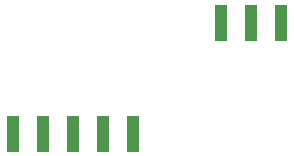
<source format=gbp>
G04 Layer_Color=128*
%FSLAX25Y25*%
%MOIN*%
G70*
G01*
G75*
%ADD37R,0.04016X0.12480*%
D37*
X90886Y60728D02*
D03*
X100886D02*
D03*
X110886D02*
D03*
X21634Y23720D02*
D03*
X31634D02*
D03*
X41634D02*
D03*
X61634D02*
D03*
X51634D02*
D03*
M02*

</source>
